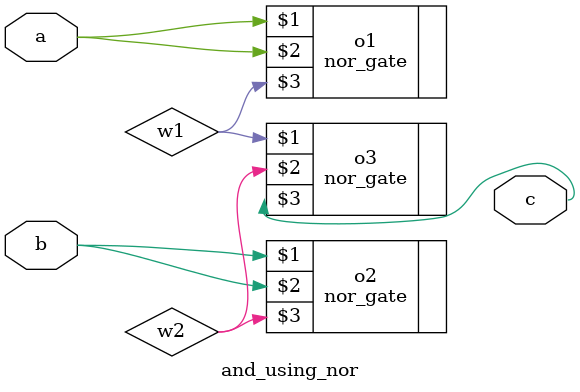
<source format=v>
`include "nor_gate.v"
module and_using_nor(a,b,c);
input a,b;
output c;
wire w1,w2;
nor_gate o1(a,a,w1);
nor_gate o2(b,b,w2);
nor_gate o3(w1,w2,c);

endmodule
</source>
